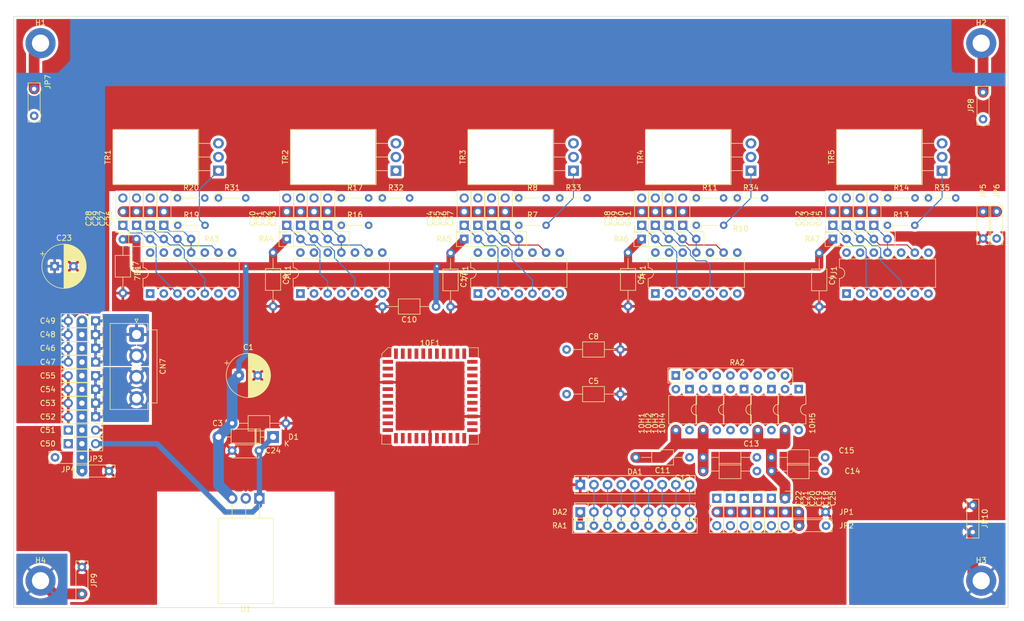
<source format=kicad_pcb>
(kicad_pcb (version 20211014) (generator pcbnew)
  (layers (0 "F.Cu" signal) (31 "B.Cu" signal) (34 "B.Paste" user) (35 "F.Paste" user) (36 "B.SilkS" user "B.Silkscreen") (37 "F.SilkS" user "F.Silkscreen") (38 "B.Mask" user) (39 "F.Mask" user) (44 "Edge.Cuts" user))
  (net 0 "")
  (net 1 "7B-1")
  (net 2 "TR1-B")
  (net 3 "Net-(7B1-Pad3)")
  (net 4 "7B-4")
  (net 5 "Net-(7B1-Pad5)")
  (net 6 "7B-6")
  (net 7 "7B-8")
  (net 8 "Net-(7B1-Pad9)")
  (net 9 "7B-10")
  (net 10 "Net-(7B1-Pad11)")
  (net 12 "GND")
  (net 13 "7D-1")
  (net 14 "TR2-B")
  (net 15 "Net-(7D1-Pad3)")
  (net 16 "7D-4")
  (net 17 "Net-(7D1-Pad5)")
  (net 18 "7D-6")
  (net 19 "7D-8")
  (net 20 "Net-(7D1-Pad9)")
  (net 21 "7D-10")
  (net 22 "Net-(7D1-Pad11)")
  (net 24 "7F-1")
  (net 25 "TR3-B")
  (net 26 "Net-(7F1-Pad3)")
  (net 27 "7F-4")
  (net 28 "Net-(7F1-Pad5)")
  (net 29 "7F-6")
  (net 30 "7F-8")
  (net 31 "Net-(7F1-Pad9)")
  (net 32 "7F-10")
  (net 33 "Net-(7F1-Pad11)")
  (net 35 "7H-1")
  (net 36 "TR4-B")
  (net 37 "Net-(7H1-Pad3)")
  (net 38 "7H-4")
  (net 39 "Net-(7H1-Pad5)")
  (net 40 "7H-6")
  (net 41 "7H-8")
  (net 42 "Net-(7H1-Pad9)")
  (net 43 "7H-10")
  (net 44 "Net-(7H1-Pad11)")
  (net 46 "7J-1")
  (net 47 "TR5-B")
  (net 48 "Net-(7J1-Pad3)")
  (net 49 "7J-4")
  (net 50 "Net-(7J1-Pad5)")
  (net 51 "7J-6")
  (net 52 "7J-8")
  (net 53 "Net-(7J1-Pad9)")
  (net 54 "7J-10")
  (net 55 "Net-(7J1-Pad11)")
  (net 56 "Net-(10E1-Pad5)")
  (net 57 "7J-13")
  (net 58 "BT-C")
  (net 59 "J-RT")
  (net 60 "J-LF")
  (net 61 "J-DN")
  (net 62 "J-UP")
  (net 64 "Net-(10E1-Pad15)")
  (net 65 "Net-(10E1-Pad16)")
  (net 66 "Net-(10E1-Pad17)")
  (net 69 "+5V")
  (net 70 "Net-(10E1-Pad30)")
  (net 71 "Net-(10H1-Pad1)")
  (net 72 "Net-(10H1-Pad3)")
  (net 73 "Net-(10H1-Pad4)")
  (net 74 "Net-(10H2-Pad1)")
  (net 75 "Net-(10H2-Pad4)")
  (net 76 "Net-(10H3-Pad1)")
  (net 77 "J-LT")
  (net 78 "Net-(10H3-Pad4)")
  (net 79 "Net-(10H4-Pad1)")
  (net 80 "Net-(10H4-Pad4)")
  (net 81 "Net-(10H5-Pad1)")
  (net 82 "Net-(10H5-Pad4)")
  (net 83 "IO-FILTER-COM")
  (net 84 "/JAMMA-UP")
  (net 85 "/JAMMA-DOWN")
  (net 86 "/JAMMA-LEFT")
  (net 87 "/JAMMA-RIGHT")
  (net 88 "/BT-CENTRE?")
  (net 89 "+12V")
  (net 90 "LIGHT-GND")
  (net 91 "Net-(C24-Pad2)")
  (net 92 "/JAMMA-GND")
  (net 93 "PAD-FILTER-COM")
  (net 94 "Net-(C26-Pad3)")
  (net 95 "Net-(C27-Pad3)")
  (net 96 "Net-(C28-Pad3)")
  (net 97 "Net-(C29-Pad3)")
  (net 98 "Net-(C30-Pad3)")
  (net 99 "Net-(C31-Pad3)")
  (net 100 "Net-(C32-Pad3)")
  (net 101 "Net-(C33-Pad3)")
  (net 102 "Net-(C34-Pad3)")
  (net 103 "Net-(C35-Pad3)")
  (net 104 "Net-(C36-Pad3)")
  (net 105 "Net-(C37-Pad3)")
  (net 106 "Net-(C38-Pad3)")
  (net 107 "Net-(C39-Pad3)")
  (net 108 "Net-(C40-Pad3)")
  (net 109 "Net-(C41-Pad3)")
  (net 110 "Net-(C42-Pad3)")
  (net 111 "Net-(C43-Pad3)")
  (net 112 "Net-(C44-Pad3)")
  (net 113 "Net-(C45-Pad3)")
  (net 114 "/12V-IN")
  (net 115 "POWER-FILTER-COM")
  (net 116 "/GND-IN")
  (net 117 "Net-(DA1-Pad8)")
  (net 118 "Net-(DA1-Pad9)")
  (net 119 "Net-(H1-Pad1)")
  (net 120 "Net-(H2-Pad1)")
  (net 121 "CHASIS-GND")
  (net 122 "Net-(R7-Pad2)")
  (net 123 "Net-(CN4-Pad10)")
  (net 124 "Net-(R10-Pad2)")
  (net 125 "Net-(CN5-Pad10)")
  (net 126 "Net-(R13-Pad2)")
  (net 127 "Net-(CN6-Pad10)")
  (net 128 "Net-(R16-Pad2)")
  (net 129 "Net-(CN3-Pad10)")
  (net 130 "Net-(R19-Pad2)")
  (net 131 "Net-(CN2-Pad10)")
  (footprint "Resistor_THT:R_Array_SIP5" (layer "F.Cu") (at 153.825 81.43)
    (fp_text reference "RA5")
    (fp_text value "1K")
  )
  (footprint "Package_DIP:DIP-4_W7.62mm" (layer "F.Cu") (at 200.81 109.36 -90)
    (fp_text reference "10H3")
    (fp_text value "PC817")
  )
  (footprint "Capacitor_THT:C_Rect_L7.0mm_W2.0mm_P5.00mm" (layer "F.Cu") (at 250.34 76.34 -90)
    (fp_text reference "JP5")
    (fp_text value "Jumper_NC_Small" hide)
  )
  (footprint "Connector_PinSocket_2.54mm:PinSocket_1x03_P2.54mm_Vertical" (layer "F.Cu") (at 213.51 129.68)
    (fp_text reference "C25")
    (fp_text value "EMI_Filter_LCL" hide)
  )
  (footprint "Capacitor_THT:C_Axial_L3.8mm_D2.6mm_P10.00mm_Horizontal" (layer "F.Cu") (at 118.26 83.96 -90)
    (fp_text reference "C9")
    (fp_text value "100n")
  )
  (footprint "Resistor_THT:R_Axial_DIN0204_L3.6mm_D1.6mm_P5.08mm_Vertical" (layer "F.Cu") (at 240.18 73.8)
    (fp_text reference "R35")
    (fp_text value "100")
  )
  (footprint "Connector_PinSocket_2.54mm:PinSocket_1x03_P2.54mm_Vertical" (layer "F.Cu") (at 186.84 78.89 180)
    (fp_text reference "C38")
    (fp_text value "EMI_Filter_LCL" hide)
  )
  (footprint "Connector_PinSocket_2.54mm:PinSocket_1x03_P2.54mm_Vertical" (layer "F.Cu") (at 92.86 78.89 180)
    (fp_text reference "C29")
    (fp_text value "EMI_Filter_LCL" hide)
  )
  (footprint "Capacitor_THT:CP_Radial_D8.0mm_P3.50mm" (layer "F.Cu") (at 111.91 106.82)
    (fp_text reference "C1")
    (fp_text value "330uf 14v")
  )
  (footprint "Resistor_THT:R_Array_SIP5" (layer "F.Cu") (at 222.405 81.43)
    (fp_text reference "RA7")
    (fp_text value "1K")
  )
  (footprint "Resistor_THT:R_Axial_DIN0204_L3.6mm_D1.6mm_P5.08mm_Vertical" (layer "F.Cu") (at 232.61 73.8)
    (fp_text reference "R14")
    (fp_text value "10k")
  )
  (footprint "Connector_PinSocket_2.54mm:PinSocket_1x03_P2.54mm_Vertical" (layer "F.Cu") (at 80.16 119.52 90)
    (fp_text reference "C50")
    (fp_text value "EMI_Filter_LCL" hide)
  )
  (footprint "Capacitor_THT:C_Rect_L7.0mm_W2.0mm_P5.00mm" (layer "F.Cu") (at 250.34 59.14 90)
    (fp_text reference "JP8")
    (fp_text value "Jumper_NO_Small" hide)
  )
  (footprint "Connector_PinSocket_2.54mm:PinSocket_1x03_P2.54mm_Vertical" (layer "F.Cu") (at 90.32 78.89 180)
    (fp_text reference "C28")
    (fp_text value "EMI_Filter_LCL" hide)
  )
  (footprint "Connector_PinSocket_2.54mm:PinSocket_1x03_P2.54mm_Vertical" (layer "F.Cu") (at 123.365 78.89 180)
    (fp_text reference "C31")
    (fp_text value "EMI_Filter_LCL" hide)
  )
  (footprint "Connector_PinSocket_2.54mm:PinSocket_1x03_P2.54mm_Vertical" (layer "F.Cu") (at 85.255 104.33 -90)
    (fp_text reference "C47")
    (fp_text value "EMI_Filter_LCL" hide)
  )
  (footprint "Resistor_THT:R_Axial_DIN0204_L3.6mm_D1.6mm_P5.08mm_Vertical" (layer "F.Cu") (at 171.6 73.8)
    (fp_text reference "R33")
    (fp_text value "100")
  )
  (footprint "Connector_PinSocket_2.54mm:PinSocket_1x03_P2.54mm_Vertical" (layer "F.Cu") (at 203.35 129.68)
    (fp_text reference "C21")
    (fp_text value "EMI_Filter_LCL" hide)
  )
  (footprint "Package_DIP:DIP-4_W7.62mm" (layer "F.Cu") (at 216.05 109.36 -90)
    (fp_text reference "10H5")
    (fp_text value "PC817")
  )
  (footprint "Capacitor_THT:C_Axial_L3.8mm_D2.6mm_P10.00mm_Horizontal" (layer "F.Cu") (at 219.86 84.04 -90)
    (fp_text reference "C4")
    (fp_text value "100n")
  )
  (footprint "MountingHole:MountingHole_3.2mm_M3_DIN965_Pad" (layer "F.Cu") (at 250 45)
    (fp_text reference "H2")
    (fp_text value "MountingHole_Pad")
  )
  (footprint "Resistor_THT:R_Axial_DIN0204_L3.6mm_D1.6mm_P5.08mm_Vertical" (layer "F.Cu") (at 130.955 73.8)
    (fp_text reference "R17")
    (fp_text value "10k")
  )
  (footprint "Capacitor_THT:C_Axial_L3.8mm_D2.6mm_P10.00mm_Horizontal" (layer "F.Cu") (at 172.87 110.29)
    (fp_text reference "C5")
    (fp_text value "100n 25v")
  )
  (footprint "Resistor_THT:R_Axial_DIN0204_L3.6mm_D1.6mm_P5.08mm_Vertical" (layer "F.Cu") (at 204.62 73.8)
    (fp_text reference "R34")
    (fp_text value "100")
  )
  (footprint "Package_DIP:DIP-4_W7.62mm" (layer "F.Cu") (at 195.73 109.37 -90)
    (fp_text reference "10H1")
    (fp_text value "PC817")
  )
  (footprint "Resistor_THT:R_Axial_DIN0204_L3.6mm_D1.6mm_P5.08mm_Vertical" (layer "F.Cu") (at 196.995 73.8)
    (fp_text reference "R11")
    (fp_text value "10k")
  )
  (footprint "Resistor_THT:R_Axial_DIN0204_L3.6mm_D1.6mm_P5.08mm_Vertical" (layer "F.Cu") (at 130.96 78.88)
    (fp_text reference "R16")
    (fp_text value "1k")
  )
  (footprint "Connector_PinSocket_2.54mm:PinSocket_1x03_P2.54mm_Vertical" (layer "F.Cu") (at 208.43 129.68)
    (fp_text reference "C19")
    (fp_text value "EMI_Filter_LCL" hide)
  )
  (footprint "Connector_PinSocket_2.54mm:PinSocket_1x03_P2.54mm_Vertical" (layer "F.Cu") (at 85.24 111.975 -90)
    (fp_text reference "C53")
    (fp_text value "EMI_Filter_LCL" hide)
  )
  (footprint "Resistor_THT:R_Array_SIP5" (layer "F.Cu") (at 186.825 81.43)
    (fp_text reference "RA6")
    (fp_text value "1K")
  )
  (footprint "Connector_PinSocket_2.54mm:PinSocket_1x03_P2.54mm_Vertical" (layer "F.Cu") (at 222.4 78.89 180)
    (fp_text reference "C42")
    (fp_text value "EMI_Filter_LCL" hide)
  )
  (footprint "Connector_PinSocket_2.54mm:PinSocket_1x03_P2.54mm_Vertical" (layer "F.Cu") (at 194.46 78.89 180)
    (fp_text reference "C41")
    (fp_text value "EMI_Filter_LCL" hide)
  )
  (footprint "Package_SIP:SIP9_Housing" (layer "F.Cu") (at 175.41 132.22)
    (fp_text reference "DA2")
    (fp_text value "B1D9-1C")
  )
  (footprint "Capacitor_THT:C_Axial_L3.8mm_D2.6mm_P10.00mm_Horizontal" (layer "F.Cu") (at 110.64 115.71)
    (fp_text reference "C3")
    (fp_text value "100n 25v")
  )
  (footprint "Connector_PinSocket_2.54mm:PinSocket_1x03_P2.54mm_Vertical" (layer "F.Cu") (at 85.24 114.515 -90)
    (fp_text reference "C52")
    (fp_text value "EMI_Filter_LCL" hide)
  )
  (footprint "Connector_PinSocket_2.54mm:PinSocket_1x03_P2.54mm_Vertical" (layer "F.Cu") (at 125.88 78.89 180)
    (fp_text reference "C32")
    (fp_text value "EMI_Filter_LCL" hide)
  )
  (footprint "Resistor_THT:R_Axial_DIN0204_L3.6mm_D1.6mm_P5.08mm_Vertical" (layer "F.Cu") (at 100.525 78.88)
    (fp_text reference "R19")
    (fp_text value "1k")
  )
  (footprint "Resistor_THT:R_Axial_DIN0204_L3.6mm_D1.6mm_P5.08mm_Vertical" (layer "F.Cu") (at 163.98 73.8)
    (fp_text reference "R8")
    (fp_text value "10k")
  )
  (footprint "Connector_PinSocket_2.54mm:PinSocket_1x03_P2.54mm_Vertical" (layer "F.Cu") (at 85.225 99.225 -90)
    (fp_text reference "C48")
    (fp_text value "EMI_Filter_LCL" hide)
  )
  (footprint "Connector_PinSocket_2.54mm:PinSocket_1x03_P2.54mm_Vertical" (layer "F.Cu") (at 153.82 78.89 180)
    (fp_text reference "C34")
    (fp_text value "EMI_Filter_LCL" hide)
  )
  (footprint "Connector_PinSocket_2.54mm:PinSocket_1x03_P2.54mm_Vertical" (layer "F.Cu") (at 128.42 78.89 180)
    (fp_text reference "C33")
    (fp_text value "EMI_Filter_LCL" hide)
  )
  (footprint "Connector_PinSocket_2.54mm:PinSocket_1x03_P2.54mm_Vertical" (layer "F.Cu") (at 210.97 129.68)
    (fp_text reference "C18")
    (fp_text value "EMI_Filter_LCL" hide)
  )
  (footprint "Connector_PinSocket_2.54mm:PinSocket_1x03_P2.54mm_Vertical" (layer "F.Cu") (at 205.915 129.695)
    (fp_text reference "C20")
    (fp_text value "EMI_Filter_LCL" hide)
  )
  (footprint "Connector_PinSocket_2.54mm:PinSocket_1x03_P2.54mm_Vertical" (layer "F.Cu") (at 200.81 129.68)
    (fp_text reference "C22")
    (fp_text value "EMI_Filter_LCL" hide)
  )
  (footprint "Connector_PinSocket_2.54mm:PinSocket_1x03_P2.54mm_Vertical" (layer "F.Cu") (at 224.915 78.875 180)
    (fp_text reference "C43")
    (fp_text value "EMI_Filter_LCL" hide)
  )
  (footprint "Capacitor_THT:CP_Radial_D8.0mm_P3.50mm" (layer "F.Cu") (at 77.62 86.5)
    (fp_text reference "C23")
    (fp_text value "330uf 50v")
  )
  (footprint "Resistor_THT:R_Array_SIP5" (layer "F.Cu") (at 120.805 81.43)
    (fp_text reference "RA4")
    (fp_text value "1K")
  )
  (footprint "Capacitor_THT:C_Rect_L7.0mm_W2.0mm_P5.00mm" (layer "F.Cu") (at 82.74 124.6)
    (fp_text reference "JP3")
    (fp_text value "Jumper_NC_Small")
  )
  (footprint "Capacitor_THT:C_Axial_L3.8mm_D2.6mm_P10.00mm_Horizontal" (layer "F.Cu") (at 195.73 122.06 180)
    (fp_text reference "C11")
    (fp_text value "100n")
  )
  (footprint "MountingHole:MountingHole_3.2mm_M3_DIN965_Pad" (layer "F.Cu") (at 75 145)
    (fp_text reference "H4")
    (fp_text value "MountingHole_Pad" hide)
  )
  (footprint "Package_DIP:DIP-14_W7.62mm" (layer "F.Cu") (at 95.4 91.58 90)
    (fp_text reference "7B1")
    (fp_text value "74HC14")
  )
  (footprint "Resistor_THT:R_Axial_DIN0204_L3.6mm_D1.6mm_P5.08mm_Vertical" (layer "F.Cu") (at 108.1 73.8)
    (fp_text reference "R31")
    (fp_text value "100")
  )
  (footprint "Resistor_THT:R_Array_SIP5" (layer "F.Cu") (at 92.845 81.43)
    (fp_text reference "RA3")
    (fp_text value "1K")
  )
  (footprint "Package_DIP:DIP-14_W7.62mm" (layer "F.Cu") (at 123.34 91.58 90)
    (fp_text reference "7D1")
    (fp_text value "74HC14")
  )
  (footprint "Package_TO_SOT_THT:TO-220-3_Horizontal_TabDown" (layer "F.Cu") (at 174.14 68.72 90)
    (fp_text reference "TR3")
    (fp_text value "2SD2352")
  )
  (footprint "Resistor_THT:R_Axial_DIN0204_L3.6mm_D1.6mm_P5.08mm_Vertical" (layer "F.Cu") (at 232.555 78.88)
    (fp_text reference "R13")
    (fp_text value "1k")
  )
  (footprint "Capacitor_THT:C_Axial_L3.8mm_D2.6mm_P10.00mm_Horizontal" (layer "F.Cu") (at 184.3 83.96 -90)
    (fp_text reference "C6")
    (fp_text value "100n")
  )
  (footprint "Package_DIP:DIP-4_W7.62mm" (layer "F.Cu") (at 210.975 109.37 -90)
    (fp_text reference "10H4")
    (fp_text value "PC817")
  )
  (footprint "Connector_PinSocket_2.54mm:PinSocket_1x03_P2.54mm_Vertical" (layer "F.Cu") (at 156.36 78.89 180)
    (fp_text reference "C35")
    (fp_text value "EMI_Filter_LCL" hide)
  )
  (footprint "Connector_PinSocket_2.54mm:PinSocket_1x03_P2.54mm_Vertical" (layer "F.Cu") (at 189.38 78.89 180)
    (fp_text reference "C39")
    (fp_text value "EMI_Filter_LCL" hide)
  )
  (footprint "Capacitor_THT:C_Rect_L7.0mm_W2.0mm_P5.00mm" (layer "F.Cu") (at 252.88 76.34 -90)
    (fp_text reference "JP6")
    (fp_text value "Jumper_NO_Small" hide)
  )
  (footprint "Package_TO_SOT_THT:TO-220-3_Horizontal_TabDown" (layer "F.Cu") (at 115.72 129.68 180)
    (fp_text reference "U1")
    (fp_text value "L7805")
  )
  (footprint "Capacitor_THT:C_Axial_L3.8mm_D2.6mm_P10.00mm_Horizontal" (layer "F.Cu") (at 220.97 124.6 180)
    (fp_text reference "C14")
    (fp_text value "100n")
  )
  (footprint "Package_TO_SOT_THT:TO-220-3_Horizontal_TabDown" (layer "F.Cu") (at 141.12 68.72 90)
    (fp_text reference "TR2")
    (fp_text value "2SD2352")
  )
  (footprint "Connector_JST:JST_VH_B4P-VH-B_1x04_P3.96mm_Vertical" (layer "F.Cu") (at 92.86 99.2 -90)
    (fp_text reference "CN7")
    (fp_text value "B4P-VH")
  )
  (footprint "Connector_PinSocket_2.54mm:PinSocket_1x03_P2.54mm_Vertical" (layer "F.Cu") (at 120.8 78.89 180)
    (fp_text reference "C30")
    (fp_text value "EMI_Filter_LCL" hide)
  )
  (footprint "Capacitor_THT:C_Rect_L7.0mm_W2.0mm_P5.00mm" (layer "F.Cu") (at 73.81 58.52 90)
    (fp_text reference "JP7")
    (fp_text value "Jumper_NO_Small" hide)
  )
  (footprint "Package_DIP:DIP-14_W7.62mm" (layer "F.Cu") (at 224.945 91.59 90)
    (fp_text reference "7J1")
    (fp_text value "74HC14")
  )
  (footprint "Package_DIP:DIP-4_W7.62mm" (layer "F.Cu") (at 205.89 109.36 -90)
    (fp_text reference "10H2")
    (fp_text value "PC817")
  )
  (footprint "Package_DIP:DIP-14_W7.62mm" (layer "F.Cu") (at 189.38 91.58 90)
    (fp_text reference "7H1")
    (fp_text value "74HC14")
  )
  (footprint "Capacitor_THT:C_Axial_L3.8mm_D2.6mm_P10.00mm_Horizontal" (layer "F.Cu") (at 151.28 84.04 -90)
    (fp_text reference "C17")
    (fp_text value "100n")
  )
  (footprint "Package_TO_SOT_THT:TO-220-3_Horizontal_TabDown" (layer "F.Cu") (at 242.72 68.72 90)
    (fp_text reference "TR5")
    (fp_text value "2SD2352")
  )
  (footprint "Resistor_THT:R_Axial_DIN0204_L3.6mm_D1.6mm_P5.08mm_Vertical" (layer "F.Cu") (at 100.475 73.8)
    (fp_text reference "R20")
    (fp_text value "10k")
  )
  (footprint "Connector_PinSocket_2.54mm:PinSocket_1x03_P2.54mm_Vertical" (layer "F.Cu") (at 85.255 101.79 -90)
    (fp_text reference "C46")
    (fp_text value "EMI_Filter_LCL" hide)
  )
  (footprint "Capacitor_THT:C_Disc_D4.7mm_W2.5mm_P5.00mm" (layer "F.Cu") (at 110.64 120.79)
    (fp_text reference "C24")
    (fp_text value "0.1uf 50v")
  )
  (footprint "Capacitor_THT:C_Rect_L7.0mm_W2.0mm_P5.00mm" (layer "F.Cu") (at 248.435 130.95 -90)
    (fp_text reference "JP10")
    (fp_text value "Jumper_NO_Small" hide)
  )
  (footprint "Connector_PinSocket_2.54mm:PinSocket_1x03_P2.54mm_Vertical" (layer "F.Cu") (at 85.24 106.87 -90)
    (fp_text reference "C55")
    (fp_text value "EMI_Filter_LCL" hide)
  )
  (footprint "Capacitor_THT:C_Axial_L3.8mm_D2.6mm_P10.00mm_Horizontal" (layer "F.Cu") (at 208.27 124.6 180)
    (fp_text reference "C12")
    (fp_text value "100n")
  )
  (footprint "Capacitor_THT:C_Axial_L3.8mm_D2.6mm_P10.00mm_Horizontal" (layer "F.Cu") (at 90.32 81.5 -90)
    (fp_text reference "C7")
    (fp_text value "100n")
  )
  (footprint "Package_LCC:PLCC-44" (layer "F.Cu") (at 147.47 110.63)
    (fp_text reference "10E1")
    (fp_text value "XC9536PC44 / N845B1")
  )
  (footprint "Capacitor_THT:C_Axial_L3.8mm_D2.6mm_P10.00mm_Horizontal" (layer "F.Cu") (at 172.87 101.99)
    (fp_text reference "C8")
    (fp_text value "100n 25v")
  )
  (footprint "Capacitor_THT:C_Axial_L3.8mm_D2.6mm_P10.00mm_Horizontal" (layer "F.Cu") (at 220.97 122.06 180)
    (fp_text reference "C15")
    (fp_text value "100n")
  )
  (footprint "Connector_PinSocket_2.54mm:PinSocket_1x03_P2.54mm_Vertical" (layer "F.Cu") (at 230.02 78.89 180)
    (fp_text reference "C45")
    (fp_text value "EMI_Filter_LCL" hide)
  )
  (footprint "Connector_PinSocket_2.54mm:PinSocket_1x03_P2.54mm_Vertical" (layer "F.Cu") (at 227.48 78.89 180)
    (fp_text reference "C44")
    (fp_text value "EMI_Filter_LCL" hide)
  )
  (footprint "Connector_PinSocket_2.54mm:PinSocket_1x03_P2.54mm_Vertical" (layer "F.Cu") (at 95.4 78.89 180)
    (fp_text reference "C27")
    (fp_text value "EMI_Filter_LCL" hide)
  )
  (footprint "Package_TO_SOT_THT:TO-220-3_Horizontal_TabDown" (layer "F.Cu") (at 108.1 68.72 90)
    (fp_text reference "TR1")
    (fp_text value "2SD2352")
  )
  (footprint "Resistor_THT:R_Axial_DIN0204_L3.6mm_D1.6mm_P5.08mm_Vertical" (layer "F.Cu") (at 138.58 73.8)
    (fp_text reference "R32")
    (fp_text value "100")
  )
  (footprint "Capacitor_THT:C_Rect_L7.0mm_W2.0mm_P5.00mm" (layer "F.Cu") (at 82.7 122.06 180)
    (fp_text reference "JP4")
    (fp_text value "Jumper_NO_Small")
  )
  (footprint "Capacitor_THT:C_Axial_L3.8mm_D2.6mm_P10.00mm_Horizontal" (layer "F.Cu") (at 148.58 94 180)
    (fp_text reference "C10")
    (fp_text value "100n 25v")
  )
  (footprint "Resistor_THT:R_Array_SIP9" (layer "F.Cu") (at 193.175 106.82)
    (fp_text reference "RA2")
    (fp_text value "330")
  )
  (footprint "MountingHole:MountingHole_3.2mm_M3_DIN965_Pad" (layer "F.Cu") (at 75 45)
    (fp_text reference "H1")
    (fp_text value "MountingHole_Pad")
  )
  (footprint "Capacitor_THT:C_Rect_L7.0mm_W2.0mm_P5.00mm" (layer "F.Cu") (at 82.7 142.46 -90)
    (fp_text reference "JP9")
    (fp_text value "Jumper_NO_Small" hide)
  )
  (footprint "Capacitor_THT:C_Axial_L3.8mm_D2.6mm_P10.00mm_Horizontal" (layer "F.Cu") (at 208.27 122.06 180)
    (fp_text reference "C13")
    (fp_text value "100n")
  )
  (footprint "Connector_PinSocket_2.54mm:PinSocket_1x03_P2.54mm_Vertical" (layer "F.Cu") (at 85.24 109.41 -90)
    (fp_text reference "C54")
    (fp_text value "EMI_Filter_LCL" hide)
  )
  (footprint "Connector_PinSocket_2.54mm:PinSocket_1x03_P2.54mm_Vertical" (layer "F.Cu") (at 191.92 78.89 180)
    (fp_text reference "C40")
    (fp_text value "EMI_Filter_LCL" hide)
  )
  (footprint "Package_DIP:DIP-14_W7.62mm" (layer "F.Cu") (at 156.36 91.59 90)
    (fp_text reference "7F1")
    (fp_text value "74HC14")
  )
  (footprint "Resistor_THT:R_Axial_DIN0204_L3.6mm_D1.6mm_P5.08mm_Vertical" (layer "F.Cu") (at 197 78.88)
    (fp_text reference "R10")
    (fp_text value "1k")
  )
  (footprint "Resistor_THT:R_Array_SIP9" (layer "F.Cu") (at 175.41 134.76)
    (fp_text reference "RA1")
    (fp_text value "4.7k")
  )
  (footprint "Connector_PinSocket_2.54mm:PinSocket_1x03_P2.54mm_Vertical" (layer "F.Cu") (at 161.44 78.89 180)
    (fp_text reference "C37")
    (fp_text value "EMI_Filter_LCL" hide)
  )
  (footprint "Capacitor_THT:C_Rect_L7.0mm_W2.0mm_P5.00mm" (layer "F.Cu") (at 216.13 134.76)
    (fp_text reference "JP2")
    (fp_text value "Jumper_NO_Small" hide)
  )
  (footprint "Connector_PinSocket_2.54mm:PinSocket_1x03_P2.54mm_Vertical" (layer "F.Cu") (at 80.16 116.98 90)
    (fp_text reference "C51")
    (fp_text value "EMI_Filter_LCL" hide)
  )
  (footprint "Capacitor_THT:C_Rect_L7.0mm_W2.0mm_P5.00mm" (layer "F.Cu") (at 216.05 132.22)
    (fp_text reference "JP1")
    (fp_text value "Jumper_NC_Small" hide)
  )
  (footprint "Package_TO_SOT_THT:TO-220-3_Horizontal_TabDown" (layer "F.Cu") (at 207.16 68.72 90)
    (fp_text reference "TR4")
    (fp_text value "2SD2352")
  )
  (footprint "Package_SIP:SIP9_Housing" (layer "F.Cu") (at 175.41 127.14)
    (fp_text reference "DA1")
    (fp_text value "B1D9-1A")
  )
  (footprint "Resistor_THT:R_Axial_DIN0204_L3.6mm_D1.6mm_P5.08mm_Vertical" (layer "F.Cu") (at 163.975 78.88)
    (fp_text reference "R7")
    (fp_text value "1k")
  )
  (footprint "Connector_PinSocket_2.54mm:PinSocket_1x03_P2.54mm_Vertical" (layer "F.Cu") (at 158.9 78.89 180)
    (fp_text reference "C36")
    (fp_text value "EMI_Filter_LCL" hide)
  )
  (footprint "Connector_PinSocket_2.54mm:PinSocket_1x03_P2.54mm_Vertical" (layer "F.Cu") (at 85.24 96.66 -90)
    (fp_text reference "C49")
    (fp_text value "EMI_Filter_LCL" hide)
  )
  (footprint "MountingHole:MountingHole_3.2mm_M3_DIN965_Pad" (layer "F.Cu") (at 250 145)
    (fp_text reference "H3")
    (fp_text value "MountingHole_Pad" hide)
  )
  (footprint "Connector_PinSocket_2.54mm:PinSocket_1x03_P2.54mm_Vertical" (layer "F.Cu") (at 97.94 78.89 180)
    (fp_text reference "C26")
    (fp_text value "EMI_Filter_LCL" hide)
  )
  (footprint "Diode_THT:D_DO-41_SOD81_P10.16mm_Horizontal" (layer "F.Cu") (at 118.26 118.25 180)
    (fp_text reference "D1")
    (fp_text value "10D1")
  )
  (gr_line (start 70 40) (end 70 150) (layer "Edge.Cuts") (width 0.1))
  (gr_line (start 255 40) (end 70 40) (layer "Edge.Cuts") (width 0.1))
  (gr_line (start 255 150) (end 255 40) (layer "Edge.Cuts") (width 0.1))
  (gr_line (start 70 150) (end 255 150) (layer "Edge.Cuts") (width 0.1))
  (segment (start 190.65 127.14) (end 190.65 132.22) (width 0.2) (layer "B.Cu") (net 1))
  (segment (start 190.65 132.22) (end 190.65 134.76) (width 0.2) (layer "B.Cu") (net 1))
  (segment (start 90.32 78.89) (end 91.740842 80.310842) (width 0.2) (layer "B.Cu") (net 3))
  (segment (start 95.385 81.43) (end 96.5 82.545) (width 0.2) (layer "B.Cu") (net 3))
  (segment (start 91.740842 80.310842) (end 93.715156 80.310842) (width 0.2) (layer "B.Cu") (net 3))
  (segment (start 93.715156 80.310842) (end 94.834314 81.43) (width 0.2) (layer "B.Cu") (net 3))
  (segment (start 96.5 87.6) (end 100.48 91.58) (width 0.2) (layer "B.Cu") (net 3))
  (segment (start 96.5 82.545) (end 96.5 87.6) (width 0.2) (layer "B.Cu") (net 3))
  (segment (start 94.834314 81.43) (end 95.385 81.43) (width 0.2) (layer "B.Cu") (net 3))
  (segment (start 92.86 78.89) (end 94.01 80.04) (width 0.2) (layer "B.Cu") (net 5))
  (segment (start 94.01 80.04) (end 95.984314 80.04) (width 0.2) (layer "B.Cu") (net 5))
  (segment (start 97.374314 81.43) (end 97.925 81.43) (width 0.2) (layer "B.Cu") (net 5))
  (segment (start 95.984314 80.04) (end 97.374314 81.43) (width 0.2) (layer "B.Cu") (net 5))
  (segment (start 105.56 88.786) (end 105.56 91.58) (width 0.2) (layer "B.Cu") (net 5))
  (segment (start 101.75 84.976) (end 105.56 88.786) (width 0.2) (layer "B.Cu") (net 5))
  (segment (start 100.828 82.53) (end 101.75 83.452) (width 0.2) (layer "B.Cu") (net 5))
  (segment (start 101.75 83.452) (end 101.75 84.976) (width 0.2) (layer "B.Cu") (net 5))
  (segment (start 99.025 82.53) (end 100.828 82.53) (width 0.2) (layer "B.Cu") (net 5))
  (segment (start 97.925 81.43) (end 99.025 82.53) (width 0.2) (layer "B.Cu") (net 5))
  (segment (start 99.914314 81.43) (end 100.465 81.43) (width 0.2) (layer "F.Cu") (net 8))
  (segment (start 98.634314 80.15) (end 99.914314 81.43) (width 0.2) (layer "B.Cu") (net 8))
  (segment (start 101.725 82.69) (end 106.83 82.69) (width 0.2) (layer "B.Cu") (net 8))
  (segment (start 106.83 82.69) (end 108.1 83.96) (width 0.2) (layer "B.Cu") (net 8))
  (segment (start 100.465 81.43) (end 101.725 82.69) (width 0.2) (layer "B.Cu") (net 8))
  (segment (start 95.4 78.89) (end 96.66 80.15) (width 0.2) (layer "B.Cu") (net 8))
  (segment (start 96.66 80.15) (end 98.634314 80.15) (width 0.2) (layer "B.Cu") (net 8))
  (segment (start 99.914314 81.43) (end 100.465 81.43) (width 0.2) (layer "B.Cu") (net 8))
  (segment (start 103.005 81.43) (end 103.005 83.945) (width 0.2) (layer "F.Cu") (net 10))
  (segment (start 103.005 83.945) (end 103.02 83.96) (width 0.2) (layer "F.Cu") (net 10))
  (segment (start 101.59711 80.02211) (end 103.005 81.43) (width 0.2) (layer "B.Cu") (net 10))
  (segment (start 97.94 78.89) (end 99.07211 80.02211) (width 0.2) (layer "B.Cu") (net 10))
  (segment (start 99.07211 80.02211) (end 101.59711 80.02211) (width 0.2) (layer "B.Cu") (net 10))
  (segment (start 188.11 134.76) (end 188.11 132.22) (width 0.2) (layer "B.Cu") (net 13))
  (segment (start 188.11 127.14) (end 188.11 132.22) (width 0.2) (layer "B.Cu") (net 13))
  (segment (start 120.805 78.89) (end 123.345 81.43) (width 0.2) (layer "B.Cu") (net 15))
  (segment (start 128.42 89.294) (end 128.42 91.58) (width 0.2) (layer "B.Cu") (net 15))
  (segment (start 126.005635 82.53) (end 126.98 83.504365) (width 0.2) (layer "B.Cu") (net 15))
  (segment (start 123.345 81.43) (end 124.445 82.53) (width 0.2) (layer "B.Cu") (net 15))
  (segment (start 126.98 83.504365) (end 126.98 87.854) (width 0.2) (layer "B.Cu") (net 15))
  (segment (start 126.98 87.854) (end 128.42 89.294) (width 0.2) (layer "B.Cu") (net 15))
  (segment (start 120.8 78.89) (end 120.805 78.89) (width 0.2) (layer "B.Cu") (net 15))
  (segment (start 124.445 82.53) (end 126.005635 82.53) (width 0.2) (layer "B.Cu") (net 15))
  (segment (start 133.5 88.786) (end 133.5 91.58) (width 0.2) (layer "B.Cu") (net 17))
  (segment (start 125.885 81.43) (end 127.315 82.86) (width 0.2) (layer "B.Cu") (net 17))
  (segment (start 123.365 78.89) (end 123.365 78.91) (width 0.2) (layer "B.Cu") (net 17))
  (segment (start 127.315 82.86) (end 128.875635 82.86) (width 0.2) (layer "B.Cu") (net 17))
  (segment (start 129.69 84.976) (end 133.5 88.786) (width 0.2) (layer "B.Cu") (net 17))
  (segment (start 123.365 78.91) (end 125.885 81.43) (width 0.2) (layer "B.Cu") (net 17))
  (segment (start 129.69 83.674365) (end 129.69 84.976) (width 0.2) (layer "B.Cu") (net 17))
  (segment (start 128.875635 82.86) (end 129.69 83.674365) (width 0.2) (layer "B.Cu") (net 17))
  (segment (start 125.88 78.89) (end 125.885 78.89) (width 0.2) (layer "B.Cu") (net 20))
  (segment (start 134.63211 82.55211) (end 136.04 83.96) (width 0.2) (layer "B.Cu") (net 20))
  (segment (start 129.54711 82.55211) (end 134.63211 82.55211) (width 0.2) (layer "B.Cu") (net 20))
  (segment (start 128.425 81.43) (end 129.54711 82.55211) (width 0.2) (layer "B.Cu") (net 20))
  (segment (start 125.885 78.89) (end 128.425 81.43) (width 0.2) (layer "B.Cu") (net 20))
  (segment (start 130.965 83.955) (end 130.96 83.96) (width 0.2) (layer "F.Cu") (net 22))
  (segment (start 130.965 81.43) (end 130.965 83.955) (width 0.2) (layer "F.Cu") (net 22))
  (segment (start 128.425 78.89) (end 130.965 81.43) (width 0.2) (layer "B.Cu") (net 22))
  (segment (start 128.42 78.89) (end 128.425 78.89) (width 0.2) (layer "B.Cu") (net 22))
  (segment (start 185.57 132.22) (end 185.57 134.76) (width 0.2) (layer "B.Cu") (net 24))
  (segment (start 185.57 127.14) (end 185.57 132.22) (width 0.2) (layer "B.Cu") (net 24))
  (segment (start 157.625 82.69) (end 159.662 82.69) (width 0.2) (layer "B.Cu") (net 26))
  (segment (start 153.82 78.89) (end 153.825 78.89) (width 0.2) (layer "B.Cu") (net 26))
  (segment (start 160.102055 90.252055) (end 161.44 91.59) (width 0.2) (layer "B.Cu") (net 26))
  (segment (start 159.662 82.69) (end 160.102055 83.130055) (width 0.2) (layer "B.Cu") (net 26))
  (segment (start 156.365 81.43) (end 157.625 82.69) (width 0.2) (layer "B.Cu") (net 26))
  (segment (start 160.102055 83.130055) (end 160.102055 90.252055) (width 0.2) (layer "B.Cu") (net 26))
  (segment (start 153.825 78.89) (end 156.365 81.43) (width 0.2) (layer "B.Cu") (net 26))
  (segment (start 160.932 82.69) (end 161.715635 82.69) (width 0.2) (layer "B.Cu") (net 28))
  (segment (start 162.71 85.23) (end 166.52 89.04) (width 0.2) (layer "B.Cu") (net 28))
  (segment (start 159.662 81.42) (end 160.932 82.69) (width 0.2) (layer "B.Cu") (net 28))
  (segment (start 166.52 89.04) (end 166.52 91.59) (width 0.2) (layer "B.Cu") (net 28))
  (segment (start 161.715635 82.69) (end 162.71 83.684365) (width 0.2) (layer "B.Cu") (net 28))
  (segment (start 156.365 78.89) (end 158.905 81.43) (width 0.2) (layer "B.Cu") (net 28))
  (segment (start 156.36 78.89) (end 156.365 78.89) (width 0.2) (layer "B.Cu") (net 28))
  (segment (start 159.652 81.43) (end 159.662 81.42) (width 0.2) (layer "B.Cu") (net 28))
  (segment (start 158.905 81.43) (end 159.652 81.43) (width 0.2) (layer "B.Cu") (net 28))
  (segment (start 162.71 83.684365) (end 162.71 85.23) (width 0.2) (layer "B.Cu") (net 28))
  (segment (start 167.65211 82.56211) (end 169.06 83.97) (width 0.2) (layer "F.Cu") (net 31))
  (segment (start 161.445 81.43) (end 162.57711 82.56211) (width 0.2) (layer "F.Cu") (net 31))
  (segment (start 162.57711 82.56211) (end 167.65211 82.56211) (width 0.2) (layer "F.Cu") (net 31))
  (segment (start 158.9 78.89) (end 158.905 78.89) (width 0.2) (layer "B.Cu") (net 31))
  (segment (start 158.905 78.89) (end 161.445 81.43) (width 0.2) (layer "B.Cu") (net 31))
  (segment (start 161.445 78.89) (end 163.985 81.43) (width 0.2) (layer "B.Cu") (net 33))
  (segment (start 161.44 78.89) (end 161.445 78.89) (width 0.2) (layer "B.Cu") (net 33))
  (segment (start 163.985 81.43) (end 163.985 83.965) (width 0.2) (layer "B.Cu") (net 33))
  (segment (start 163.985 83.965) (end 163.98 83.97) (width 0.2) (layer "B.Cu") (net 33))
  (segment (start 183.03 132.22) (end 183.03 127.14) (width 0.2) (layer "B.Cu") (net 35))
  (segment (start 183.03 132.22) (end 183.03 134.76) (width 0.2) (layer "B.Cu") (net 35))
  (segment (start 193.36 83.844365) (end 193.36 90.48) (width 0.2) (layer "B.Cu") (net 37))
  (segment (start 192.205635 82.69) (end 193.36 83.844365) (width 0.2) (layer "B.Cu") (net 37))
  (segment (start 190.625 82.69) (end 192.205635 82.69) (width 0.2) (layer "B.Cu") (net 37))
  (segment (start 193.36 90.48) (end 194.46 91.58) (width 0.2) (layer "B.Cu") (net 37))
  (segment (start 186.84 78.89) (end 186.84 78.905) (width 0.2) (layer "B.Cu") (net 37))
  (segment (start 186.84 78.905) (end 189.365 81.43) (width 0.2) (layer "B.Cu") (net 37))
  (segment (start 189.365 81.43) (end 190.625 82.69) (width 0.2) (layer "B.Cu") (net 37))
  (segment (start 198.778 85.484) (end 199.54 86.246) (width 0.2) (layer "B.Cu") (net 39))
  (segment (start 189.38 78.905) (end 191.905 81.43) (width 0.2) (layer "B.Cu") (net 39))
  (segment (start 195.9 83.622) (end 195.9 84.415635) (width 0.2) (layer "B.Cu") (net 39))
  (segment (start 195.9 84.415635) (end 196.968365 85.484) (width 0.2) (layer "B.Cu") (net 39))
  (segment (start 193.952 82.69) (end 194.968 82.69) (width 0.2) (layer "B.Cu") (net 39))
  (segment (start 199.54 86.246) (end 199.54 91.58) (width 0.2) (layer "B.Cu") (net 39))
  (segment (start 191.905 81.43) (end 192.672 81.43) (width 0.2) (layer "B.Cu") (net 39))
  (segment (start 189.38 78.89) (end 189.38 78.905) (width 0.2) (layer "B.Cu") (net 39))
  (segment (start 192.682 81.42) (end 193.952 82.69) (width 0.2) (layer "B.Cu") (net 39))
  (segment (start 192.672 81.43) (end 192.682 81.42) (width 0.2) (layer "B.Cu") (net 39))
  (segment (start 196.968365 85.484) (end 198.778 85.484) (width 0.2) (layer "B.Cu") (net 39))
  (segment (start 194.968 82.69) (end 195.9 83.622) (width 0.2) (layer "B.Cu") (net 39))
  (segment (start 194.445 81.43) (end 195.56711 82.55211) (width 0.2) (layer "F.Cu") (net 42))
  (segment (start 200.67211 82.55211) (end 202.08 83.96) (width 0.2) (layer "F.Cu") (net 42))
  (segment (start 195.56711 82.55211) (end 200.67211 82.55211) (width 0.2) (layer "F.Cu") (net 42))
  (segment (start 191.92 78.905) (end 194.445 81.43) (width 0.2) (layer "B.Cu") (net 42))
  (segment (start 191.92 78.89) (end 191.92 78.905) (width 0.2) (layer "B.Cu") (net 42))
  (segment (start 194.46 78.905) (end 196.985 81.43) (width 0.2) (layer "B.Cu") (net 44))
  (segment (start 194.46 78.89) (end 194.46 78.905) (width 0.2) (layer "B.Cu") (net 44))
  (segment (start 196.985 83.945) (end 197 83.96) (width 0.2) (layer "B.Cu") (net 44))
  (segment (start 196.985 81.43) (end 196.985 83.945) (width 0.2) (layer "B.Cu") (net 44))
  (segment (start 180.49 132.22) (end 180.49 134.76) (width 0.2) (layer "B.Cu") (net 46))
  (segment (start 180.49 127.14) (end 180.49 132.22) (width 0.2) (layer "B.Cu") (net 46))
  (segment (start 228.585 83.287) (end 228.585 90.15) (width 0.2) (layer "B.Cu") (net 48))
  (segment (start 222.405 78.89) (end 224.945 81.43) (width 0.2) (layer "B.Cu") (net 48))
  (segment (start 227.988 82.69) (end 228.585 83.287) (width 0.2) (layer "B.Cu") (net 48))
  (segment (start 226.205 82.69) (end 227.988 82.69) (width 0.2) (layer "B.Cu") (net 48))
  (segment (start 224.945 81.43) (end 226.205 82.69) (width 0.2) (layer "B.Cu") (net 48))
  (segment (start 222.4 78.89) (end 222.405 78.89) (width 0.2) (layer "B.Cu") (net 48))
  (segment (start 228.585 90.15) (end 230.025 91.59) (width 0.2) (layer "B.Cu") (net 48))
  (segment (start 227.485 81.43) (end 227.495 81.42) (width 0.2) (layer "B.Cu") (net 50))
  (segment (start 228.496 81.456635) (end 229.729365 82.69) (width 0.2) (layer "B.Cu") (net 50))
  (segment (start 235.105 89.299) (end 235.105 91.59) (width 0.2) (layer "B.Cu") (net 50))
  (segment (start 227.495 81.42) (end 228.496 81.42) (width 0.2) (layer "B.Cu") (net 50))
  (segment (start 224.93 78.875) (end 227.485 81.43) (width 0.2) (layer "B.Cu") (net 50))
  (segment (start 228.496 81.42) (end 228.496 81.456635) (width 0.2) (layer "B.Cu") (net 50))
  (segment (start 231.29 83.198) (end 231.29 85.484) (width 0.2) (layer "B.Cu") (net 50))
  (segment (start 224.915 78.875) (end 224.93 78.875) (width 0.2) (layer "B.Cu") (net 50))
  (segment (start 231.29 85.484) (end 235.105 89.299) (width 0.2) (layer "B.Cu") (net 50))
  (segment (start 229.729365 82.69) (end 230.782 82.69) (width 0.2) (layer "B.Cu") (net 50))
  (segment (start 230.782 82.69) (end 231.29 83.198) (width 0.2) (layer "B.Cu") (net 50))
  (segment (start 231.125 82.53) (end 236.205 82.53) (width 0.2) (layer "F.Cu") (net 53))
  (segment (start 236.205 82.53) (end 237.645 83.97) (width 0.2) (layer "F.Cu") (net 53))
  (segment (start 230.025 81.43) (end 231.125 82.53) (width 0.2) (layer "F.Cu") (net 53))
  (segment (start 227.485 78.89) (end 230.025 81.43) (width 0.2) (layer "B.Cu") (net 53))
  (segment (start 227.48 78.89) (end 227.485 78.89) (width 0.2) (layer "B.Cu") (net 53))
  (segment (start 230.02 78.89) (end 230.025 78.89) (width 0.2) (layer "B.Cu") (net 55))
  (segment (start 230.025 78.89) (end 232.565 81.43) (width 0.2) (layer "B.Cu") (net 55))
  (segment (start 232.565 81.43) (end 232.565 83.97) (width 0.2) (layer "B.Cu") (net 55))
  (segment (start 177.95 132.22) (end 177.95 127.14) (width 0.2) (layer "B.Cu") (net 57))
  (segment (start 177.95 134.76) (end 177.95 132.22) (width 0.2) (layer "B.Cu") (net 57))
  (segment (start 120.805 81.43) (end 120.79 81.43) (width 1.5) (layer "F.Cu") (net 69))
  (segment (start 118.26 86.5) (end 92.86 86.5) (width 1.5) (layer "F.Cu") (net 69))
  (segment (start 222.405 81.43) (end 222.405 81.495) (width 1.5) (layer "F.Cu") (net 69))
  (segment (start 118.26 86.5) (end 118.26 83.96) (width 1.5) (layer "F.Cu") (net 69))
  (segment (start 118.26 86.5) (end 122.07 86.5) (width 1) (layer "F.Cu") (net 69))
  (segment (start 92.775 81.5) (end 92.845 81.43) (width 1.5) (layer "F.Cu") (net 69))
  (segment (start 92.86 86.5) (end 92.845 86.485) (width 1.5) (layer "F.Cu") (net 69))
  (segment (start 151.28 86.5) (end 151.28 84.04) (width 1.5) (layer "F.Cu") (net 69))
  (segment (start 120.79 81.43) (end 118.26 83.96) (width 1.5) (layer "F.Cu") (net 69))
  (segment (start 151.28 86.5) (end 148.74 86.5) (width 1.5) (layer "F.Cu") (net 69))
  (segment (start 186.825 81.43) (end 186.825 81.435) (width 1.5) (layer "F.Cu") (net 69))
  (segment (start 186.825 81.435) (end 184.3 83.96) (width 1.5) (layer "F.Cu") (net 69))
  (segment (start 219.86 86.5) (end 184.3 86.5) (width 1.5) (layer "F.Cu") (net 69))
  (segment (start 184.3 86.5) (end 151.28 86.5) (width 1.5) (layer "F.Cu") (net 69))
  (segment (start 153.825 81.43) (end 153.825 81.495) (width 1.5) (layer "F.Cu") (net 69))
  (segment (start 219.86 84.04) (end 219.86 86.5) (width 1.5) (layer "F.Cu") (net 69))
  (segment (start 175.41 134.76) (end 175.41 132.22) (width 1) (layer "F.Cu") (net 69))
  (segment (start 92.845 86.485) (end 92.845 81.43) (width 1.5) (layer "F.Cu") (net 69))
  (segment (start 153.825 81.495) (end 151.28 84.04) (width 1.5) (layer "F.Cu") (net 69))
  (segment (start 222.405 81.495) (end 219.86 84.04) (width 1.5) (layer "F.Cu") (net 69))
  (segment (start 184.3 86.5) (end 184.3 83.96) (width 1.5) (layer "F.Cu") (net 69))
  (segment (start 113.18 86.5) (end 118.26 86.5) (width 1) (layer "F.Cu") (net 69))
  (segment (start 148.74 86.5) (end 118.26 86.5) (width 1.5) (layer "F.Cu") (net 69))
  (segment (start 90.32 81.5) (end 92.775 81.5) (width 1.5) (layer "F.Cu") (net 69))
  (via (at 113.18 86.5) (size 0.8) (drill 0.4) (layers "F.Cu" "B.Cu") (net 69))
  (via (at 148.74 86.5) (size 0.8) (drill 0.4) (layers "F.Cu" "B.Cu") (net 69))
  (segment (start 108.1 118.25) (end 110.64 115.71) (width 2) (layer "B.Cu") (net 69))
  (segment (start 148.58 86.66) (end 148.74 86.5) (width 1) (layer "B.Cu") (net 69))
  (segment (start 108.1 127.14) (end 108.1 118.25) (width 2) (layer "B.Cu") (net 69))
  (segment (start 110.64 129.68) (end 108.1 127.14) (width 2) (layer "B.Cu") (net 69))
  (segment (start 113.18 103.01) (end 113.18 86.5) (width 1) (layer "B.Cu") (net 69))
  (segment (start 110.64 108.09) (end 111.91 106.82) (width 2) (layer "B.Cu") (net 69))
  (segment (start 113.18 103.01) (end 111.91 104.28) (width 1) (layer "B.Cu") (net 69))
  (segment (start 110.64 115.71) (end 110.64 108.09) (width 2) (layer "B.Cu") (net 69))
  (segment (start 148.58 94) (end 148.58 86.66) (width 1) (layer "B.Cu") (net 69))
  (segment (start 111.91 104.28) (end 111.91 106.82) (width 1) (layer "B.Cu") (net 69))
  (segment (start 193.19 119.52) (end 193.19 116.99) (width 2) (layer "F.Cu") (net 72))
  (segment (start 198.27 124.6) (end 198.27 122.06) (width 2) (layer "F.Cu") (net 72))
  (segment (start 210.97 119.52) (end 210.97 122.06) (width 2) (layer "F.Cu") (net 72))
  (segment (start 210.97 124.6) (end 213.51 127.14) (width 2) (layer "F.Cu") (net 72))
  (segment (start 208.435 119.515) (end 208.43 119.52) (width 2) (layer "F.Cu") (net 72))
  (segment (start 210.97 124.6) (end 210.97 122.06) (width 2) (layer "F.Cu") (net 72))
  (segment (start 198.27 119.52) (end 198.27 116.98) (width 2) (layer "F.Cu") (net 72))
  (segment (start 198.27 119.52) (end 208.43 119.52) (width 2) (layer "F.Cu") (net 72))
  (segment (start 213.51 127.14) (end 213.51 129.68) (width 2) (layer "F.Cu") (net 72))
  (segment (start 185.73 122.06) (end 190.65 122.06) (width 2) (layer "F.Cu") (net 72))
  (segment (start 208.435 116.99) (end 208.435 119.515) (width 2) (layer "F.Cu") (net 72))
  (segment (start 213.51 119.52) (end 213.51 116.98) (width 2) (layer "F.Cu") (net 72))
  (segment (start 208.43 119.52) (end 210.97 119.52) (width 2) (layer "F.Cu") (net 72))
  (segment (start 190.65 122.06) (end 193.19 119.52) (width 2) (layer "F.Cu") (net 72))
  (segment (start 198.27 119.52) (end 193.19 119.52) (width 2) (layer "F.Cu") (net 72))
  (segment (start 198.27 122.06) (end 198.27 119.52) (width 2) (layer "F.Cu") (net 72))
  (segment (start 210.97 119.52) (end 213.51 119.52) (width 2) (layer "F.Cu") (net 72))
  (segment (start 200.81 132.22) (end 216.05 132.22) (width 2) (layer "F.Cu") (net 83))
  (segment (start 216.05 134.68) (end 216.13 134.76) (width 2) (layer "F.Cu") (net 83))
  (segment (start 216.05 132.22) (end 216.05 134.68) (width 2) (layer "F.Cu") (net 83))
  (segment (start 115.72 129.68) (end 115.72 130.95) (width 1) (layer "B.Cu") (net 91))
  (segment (start 114.45 132.22) (end 115.72 130.95) (width 1) (layer "B.Cu") (net 91))
  (segment (start 115.72 120.79) (end 118.26 118.25) (width 1) (layer "B.Cu") (net 91))
  (segment (start 109.37 132.22) (end 114.45 132.22) (width 1) (layer "B.Cu") (net 91))
  (segment (start 115.72 129.68) (end 115.72 120.79) (width 1) (layer "B.Cu") (net 91))
  (segment (start 96.67 119.52) (end 109.37 132.22) (width 1) (layer "B.Cu") (net 91))
  (segment (start 85.24 119.52) (end 96.67 119.52) (width 1) (layer "B.Cu") (net 91))
  (segment (start 230.02 76.35) (end 250.27 76.35) (width 2) (layer "F.Cu") (net 93))
  (segment (start 250.34 76.34) (end 252.88 76.34) (width 2) (layer "F.Cu") (net 93))
  (segment (start 90.32 76.35) (end 230.02 76.35) (width 2) (layer "F.Cu") (net 93))
  (segment (start 250.27 76.35) (end 250.34 76.42) (width 2) (layer "F.Cu") (net 93))
  (segment (start 82.7 124.56) (end 82.74 124.6) (width 2) (layer "B.Cu") (net 115))
  (segment (start 82.7 96.66) (end 82.7 119.52) (width 2) (layer "B.Cu") (net 115))
  (segment (start 82.7 119.52) (end 82.7 124.56) (width 2) (layer "B.Cu") (net 115))
  (segment (start 193.19 134.76) (end 193.19 132.22) (width 0.2) (layer "B.Cu") (net 117))
  (segment (start 193.19 132.22) (end 193.19 127.14) (width 0.2) (layer "B.Cu") (net 117))
  (segment (start 195.73 127.14) (end 195.73 132.22) (width 0.2) (layer "B.Cu") (net 118))
  (segment (start 195.73 132.22) (end 195.73 134.76) (width 0.2) (layer "B.Cu") (net 118))
  (segment (start 73.81 53.52) (end 73.81 46.19) (width 2) (layer "F.Cu") (net 119))
  (segment (start 73.81 46.19) (end 75 45) (width 2) (layer "F.Cu") (net 119))
  (segment (start 250.34 45.34) (end 250 45) (width 2) (layer "F.Cu") (net 120))
  (segment (start 250.34 54.14) (end 250.34 45.34) (width 2) (layer "F.Cu") (net 120))
  (segment (start 82.7 147.46) (end 77.46 147.46) (width 2) (layer "F.Cu") (net 121))
  (segment (start 248.435 135.95) (end 248.435 143.435) (width 2) (layer "F.Cu") (net 121))
  (segment (start 77.46 147.46) (end 75 145) (width 2) (layer "F.Cu") (net 121))
  (segment (start 248.435 143.435) (end 250 145) (width 2) (layer "F.Cu") (net 121))
  (segment (start 174.14 68.72) (end 174.14 73.795) (width 0.2) (layer "B.Cu") (net 122))
  (segment (start 174.14 73.795) (end 169.055 78.88) (width 0.2) (layer "B.Cu") (net 122))
  (segment (start 202.08 78.88) (end 207.16 73.8) (width 0.2) (layer "B.Cu") (net 124))
  (segment (start 207.16 73.8) (end 207.16 68.72) (width 0.2) (layer "B.Cu") (net 124))
  (segment (start 242.72 68.72) (end 242.72 73.795) (width 0.2) (layer "B.Cu") (net 126))
  (segment (start 242.72 73.795) (end 237.635 78.88) (width 0.2) (layer "B.Cu") (net 126))
  (segment (start 108.1 68.72) (end 104.555 72.265) (width 0.2) (layer "B.Cu") (net 130))
  (segment (start 104.555 72.265) (end 104.555 77.83) (width 0.2) (layer "B.Cu") (net 130))
  (segment (start 104.555 77.83) (end 105.605 78.88) (width 0.2) (layer "B.Cu") (net 130))
  (zone (net 0) (net_name "") (layer "F.Cu") (connect_pads (clearance 0)) (min_thickness 0.254)
    (keepout (tracks allowed) (vias allowed) (pads allowed) (copperpour not_allowed) (footprints allowed))
    (fill (thermal_gap 0.508) (thermal_bridge_width 0.508))
    (polygon (pts (xy 203.35 71.26) (xy 187.475 71.26) (xy 187.475 61.1) (xy 203.35 61.1)))
  )
  (zone (net 12) (net_name "GND") (layer "F.Cu") (connect_pads (clearance 0.508)) (min_thickness 0.254) (fill yes (thermal_gap 0.508) (thermal_bridge_width 0.508))
    (polygon (pts (xy 256 151) (xy 69 151) (xy 69 115.71) (xy 81.43 115.71) (xy 81 122) (xy 81 126) (xy 84 126) (xy 84 116) (xy 95.714 116) (xy 95.714 95) (xy 87 95) (xy 87 80) (xy 256 80)))
  )
  (zone (net 0) (net_name "") (layer "F.Cu") (connect_pads (clearance 0)) (min_thickness 0.254)
    (keepout (tracks allowed) (vias allowed) (pads allowed) (copperpour not_allowed) (footprints allowed))
    (fill (thermal_gap 0.508) (thermal_bridge_width 0.508))
    (polygon (pts (xy 137.31 71.26) (xy 121.435 71.26) (xy 121.435 61.1) (xy 137.31 61.1)))
  )
  (zone (net 0) (net_name "") (layer "F.Cu") (connect_pads (clearance 0)) (min_thickness 0.254)
    (keepout (tracks allowed) (vias allowed) (pads allowed) (copperpour not_allowed) (footprints allowed))
    (fill (thermal_gap 0.508) (thermal_bridge_width 0.508))
    (polygon (pts (xy 170.33 71.26) (xy 154.455 71.26) (xy 154.455 61.1) (xy 170.33 61.1)))
  )
  (zone (net 114) (net_name "/12V-IN") (layers F&B.Cu) (priority 2) (connect_pads (clearance 0.508)) (min_thickness 0.254) (fill yes (thermal_gap 0.508) (thermal_bridge_width 0.508))
    (polygon (pts (xy 95.146 105.042) (xy 84.224 105.042) (xy 84.224 95.39) (xy 95.146 95.39)))
  )
  (zone (net 0) (net_name "") (layer "F.Cu") (connect_pads (clearance 0)) (min_thickness 0.254)
    (keepout (tracks allowed) (vias allowed) (pads allowed) (copperpour not_allowed) (footprints allowed))
    (fill (thermal_gap 0.508) (thermal_bridge_width 0.508))
    (polygon (pts (xy 104.29 71.26) (xy 88.415 71.26) (xy 88.415 61.1) (xy 104.29 61.1)))
  )
  (zone (net 0) (net_name "") (layer "F.Cu") (connect_pads (clearance 0)) (min_thickness 0.254)
    (keepout (tracks allowed) (vias allowed) (pads allowed) (copperpour not_allowed) (footprints allowed))
    (fill (thermal_gap 0.508) (thermal_bridge_width 0.508))
    (polygon (pts (xy 238.91 71.26) (xy 223.035 71.26) (xy 223.035 61.1) (xy 238.91 61.1)))
  )
  (zone (net 121) (net_name "CHASIS-GND") (layers F&B.Cu) (priority 1) (connect_pads (clearance 0.508)) (min_thickness 0.254) (fill yes (thermal_gap 0.508) (thermal_bridge_width 0.508))
    (polygon (pts (xy 255 150) (xy 225.448 150) (xy 225.448 148.095) (xy 225.448 134.252) (xy 255 134.252)))
  )
  (zone (net 0) (net_name "") (layer "F.Cu") (connect_pads (clearance 0)) (min_thickness 0.254)
    (keepout (tracks allowed) (vias allowed) (pads allowed) (copperpour not_allowed) (footprints allowed))
    (fill (thermal_gap 0.508) (thermal_bridge_width 0.508))
    (polygon (pts (xy 129.69 152.54) (xy 96.67 152.54) (xy 96.67 128.41) (xy 129.69 128.41)))
  )
  (zone (net 121) (net_name "CHASIS-GND") (layers F&B.Cu) (priority 1) (connect_pads (clearance 0.508)) (min_thickness 0.254) (fill yes (thermal_gap 0.508) (thermal_bridge_width 0.508))
    (polygon (pts (xy 80 140) (xy 80 150) (xy 78 150) (xy 70 150) (xy 70 140)))
  )
  (zone (net 116) (net_name "/GND-IN") (layers F&B.Cu) (priority 2) (connect_pads (clearance 0.508)) (min_thickness 0.254) (fill yes (thermal_gap 0.508) (thermal_bridge_width 0.508))
    (polygon (pts (xy 95.146 115.456) (xy 84.224 115.456) (xy 84.224 105.296) (xy 95.146 105.296)))
  )
  (zone (net 90) (net_name "LIGHT-GND") (layer "F.Cu") (priority 1) (connect_pads (clearance 0.508)) (min_thickness 0.254) (fill yes (thermal_gap 0.508) (thermal_bridge_width 0.508))
    (polygon (pts (xy 257.96 72.53) (xy 87.78 72.53) (xy 87.78 115.71) (xy 67.46 115.71) (xy 67.46 36.97) (xy 257.96 36.97)))
  )
  (zone (net 89) (net_name "+12V") (layer "B.Cu") (connect_pads (clearance 0.508)) (min_thickness 0.254) (fill yes (thermal_gap 0.508) (thermal_bridge_width 0.508))
    (polygon (pts (xy 256 53) (xy 87 53) (xy 87 105) (xy 69 105) (xy 69 39) (xy 256 39)))
  )
)
</source>
